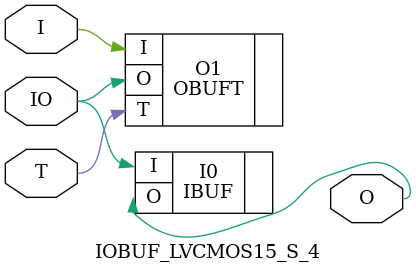
<source format=v>


`timescale  1 ps / 1 ps


module IOBUF_LVCMOS15_S_4 (O, IO, I, T);

    output O;

    inout  IO;

    input  I, T;

        OBUFT #(.IOSTANDARD("LVCMOS15"), .SLEW("SLOW"), .DRIVE(4)) O1 (.O(IO), .I(I), .T(T)); 
	IBUF #(.IOSTANDARD("LVCMOS15"))  I0 (.O(O), .I(IO));
        

endmodule



</source>
